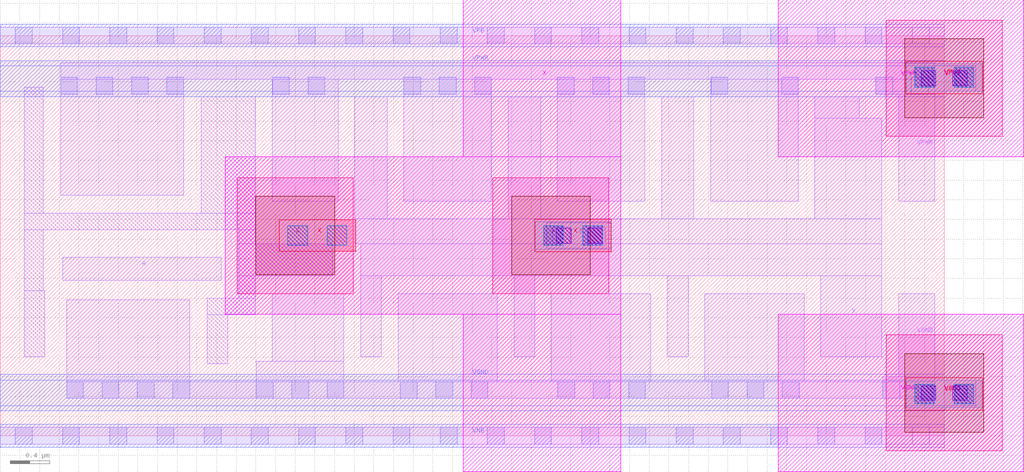
<source format=lef>
# Copyright 2020 The SkyWater PDK Authors
#
# Licensed under the Apache License, Version 2.0 (the "License");
# you may not use this file except in compliance with the License.
# You may obtain a copy of the License at
#
#     https://www.apache.org/licenses/LICENSE-2.0
#
# Unless required by applicable law or agreed to in writing, software
# distributed under the License is distributed on an "AS IS" BASIS,
# WITHOUT WARRANTIES OR CONDITIONS OF ANY KIND, either express or implied.
# See the License for the specific language governing permissions and
# limitations under the License.
#
# SPDX-License-Identifier: Apache-2.0

VERSION 5.5 ;
NAMESCASESENSITIVE ON ;
BUSBITCHARS "[]" ;
DIVIDERCHAR "/" ;
MACRO sky130_fd_sc_hvl__probec_p_8
  CLASS CORE ;
  SOURCE USER ;
  ORIGIN  0.000000  0.000000 ;
  SIZE  9.600000 BY  4.070000 ;
  SYMMETRY X Y ;
  SITE unithv ;
  PIN A
    ANTENNAGATEAREA  3.375000 ;
    DIRECTION INPUT ;
    USE SIGNAL ;
    PORT
      LAYER li1 ;
        RECT 0.635000 1.580000 2.245000 1.815000 ;
    END
  END A
  PIN X
    ANTENNADIFFAREA  0.000000 ;
    DIRECTION OUTPUT ;
    USE SIGNAL ;
    PORT
      LAYER li1 ;
        RECT 3.605000 1.955000 8.965000 2.205000 ;
        RECT 3.605000 2.205000 3.935000 3.445000 ;
        RECT 3.665000 0.805000 3.875000 1.625000 ;
        RECT 3.665000 1.625000 8.965000 1.955000 ;
        RECT 5.165000 2.205000 5.495000 3.445000 ;
        RECT 5.225000 0.805000 5.435000 1.625000 ;
        RECT 6.725000 2.205000 7.055000 3.445000 ;
        RECT 6.785000 0.805000 6.995000 1.625000 ;
        RECT 8.285000 2.205000 8.965000 3.230000 ;
        RECT 8.285000 3.230000 8.735000 3.445000 ;
        RECT 8.345000 0.805000 8.965000 1.625000 ;
    END
    PORT
      LAYER met1 ;
        RECT 5.560000 1.905000 6.210000 2.165000 ;
    END
    PORT
      LAYER met2 ;
        RECT 5.440000 1.895000 6.210000 2.175000 ;
    END
    PORT
      LAYER met3 ;
        RECT 2.835000 1.875000 3.615000 2.195000 ;
    END
    PORT
      LAYER met3 ;
        RECT 5.435000 1.870000 6.215000 2.200000 ;
    END
    PORT
      LAYER met4 ;
        RECT 2.410000 1.445000 3.590000 2.625000 ;
    END
    PORT
      LAYER met4 ;
        RECT 5.010000 1.445000 6.190000 2.625000 ;
    END
    PORT
      LAYER met5 ;
        RECT 2.290000  1.235000 6.310000 2.835000 ;
        RECT 4.710000 -0.365000 6.310000 1.235000 ;
        RECT 4.710000  2.835000 6.310000 4.435000 ;
    END
  END X
  PIN VGND
    DIRECTION INOUT ;
    USE GROUND ;
    PORT
      LAYER li1 ;
        RECT 0.675000 0.380000 9.505000 0.550000 ;
        RECT 0.675000 0.550000 1.925000 1.385000 ;
        RECT 2.605000 0.550000 3.495000 0.760000 ;
        RECT 2.765000 0.760000 3.495000 1.445000 ;
        RECT 4.045000 0.550000 5.055000 1.445000 ;
        RECT 5.605000 0.550000 6.615000 1.445000 ;
        RECT 7.165000 0.550000 8.175000 1.445000 ;
        RECT 8.975000 0.550000 9.505000 0.600000 ;
        RECT 9.135000 0.600000 9.505000 1.445000 ;
    END
    PORT
      LAYER met1 ;
        RECT 0.000000 0.255000 9.600000 0.305000 ;
        RECT 0.000000 0.305000 9.920000 0.565000 ;
        RECT 0.000000 0.565000 9.600000 0.625000 ;
    END
    PORT
      LAYER met2 ;
        RECT 9.215000 0.285000 9.985000 0.565000 ;
    END
    PORT
      LAYER met3 ;
        RECT 9.210000 0.260000 9.990000 0.590000 ;
    END
    PORT
      LAYER met4 ;
        RECT 9.010000 -0.155000 10.190000 1.025000 ;
    END
    PORT
      LAYER met5 ;
        RECT 7.910000 -0.365000 10.410000 1.235000 ;
    END
  END VGND
  PIN VNB
    DIRECTION INOUT ;
    USE GROUND ;
    PORT
      LAYER li1 ;
        RECT 0.000000 -0.085000 9.600000 0.085000 ;
    END
    PORT
      LAYER met1 ;
        RECT 0.000000 -0.115000 9.600000 0.115000 ;
    END
  END VNB
  PIN VPB
    DIRECTION INOUT ;
    USE POWER ;
    PORT
      LAYER li1 ;
        RECT 0.000000 3.985000 9.600000 4.155000 ;
    END
    PORT
      LAYER met1 ;
        RECT 0.000000 3.955000 9.600000 4.185000 ;
    END
  END VPB
  PIN VPWR
    DIRECTION INOUT ;
    USE POWER ;
    PORT
      LAYER li1 ;
        RECT 0.615000 2.445000 1.865000 3.625000 ;
        RECT 0.615000 3.625000 9.505000 3.795000 ;
        RECT 2.765000 2.385000 3.435000 3.625000 ;
        RECT 4.105000 2.385000 4.995000 3.625000 ;
        RECT 5.665000 2.385000 6.555000 3.625000 ;
        RECT 7.225000 2.385000 8.115000 3.625000 ;
        RECT 8.905000 3.475000 9.505000 3.625000 ;
        RECT 9.135000 2.385000 9.505000 3.475000 ;
    END
    PORT
      LAYER met1 ;
        RECT 0.000000 3.445000 9.600000 3.505000 ;
        RECT 0.000000 3.505000 9.920000 3.765000 ;
        RECT 0.000000 3.765000 9.600000 3.815000 ;
    END
    PORT
      LAYER met2 ;
        RECT 9.215000 3.505000 9.985000 3.785000 ;
    END
    PORT
      LAYER met3 ;
        RECT 9.210000 3.480000 9.990000 3.810000 ;
    END
    PORT
      LAYER met4 ;
        RECT 9.010000 3.045000 10.190000 4.225000 ;
    END
    PORT
      LAYER met5 ;
        RECT 7.910000 2.835000 10.410000 4.435000 ;
    END
  END VPWR
  OBS
    LAYER li1 ;
      RECT 0.245000 0.805000 0.455000 1.475000 ;
      RECT 0.245000 1.475000 0.435000 2.095000 ;
      RECT 0.245000 2.095000 2.595000 2.265000 ;
      RECT 0.245000 2.265000 0.435000 3.545000 ;
      RECT 2.045000 2.265000 2.595000 3.445000 ;
      RECT 2.105000 0.730000 2.315000 1.230000 ;
      RECT 2.105000 1.230000 2.595000 1.400000 ;
      RECT 2.425000 1.400000 2.595000 1.625000 ;
      RECT 2.425000 1.625000 3.380000 1.955000 ;
      RECT 2.425000 1.955000 2.595000 2.095000 ;
    LAYER mcon ;
      RECT 0.155000 -0.085000 0.325000 0.085000 ;
      RECT 0.155000  3.985000 0.325000 4.155000 ;
      RECT 0.615000  3.475000 0.785000 3.645000 ;
      RECT 0.635000 -0.085000 0.805000 0.085000 ;
      RECT 0.635000  3.985000 0.805000 4.155000 ;
      RECT 0.675000  0.380000 0.845000 0.550000 ;
      RECT 0.975000  3.475000 1.145000 3.645000 ;
      RECT 1.035000  0.380000 1.205000 0.550000 ;
      RECT 1.115000 -0.085000 1.285000 0.085000 ;
      RECT 1.115000  3.985000 1.285000 4.155000 ;
      RECT 1.335000  3.475000 1.505000 3.645000 ;
      RECT 1.395000  0.380000 1.565000 0.550000 ;
      RECT 1.595000 -0.085000 1.765000 0.085000 ;
      RECT 1.595000  3.985000 1.765000 4.155000 ;
      RECT 1.695000  3.475000 1.865000 3.645000 ;
      RECT 1.755000  0.380000 1.925000 0.550000 ;
      RECT 2.075000 -0.085000 2.245000 0.085000 ;
      RECT 2.075000  3.985000 2.245000 4.155000 ;
      RECT 2.555000 -0.085000 2.725000 0.085000 ;
      RECT 2.555000  3.985000 2.725000 4.155000 ;
      RECT 2.605000  0.380000 2.775000 0.550000 ;
      RECT 2.770000  3.475000 2.940000 3.645000 ;
      RECT 2.965000  0.380000 3.135000 0.550000 ;
      RECT 3.035000 -0.085000 3.205000 0.085000 ;
      RECT 3.035000  3.985000 3.205000 4.155000 ;
      RECT 3.130000  3.475000 3.300000 3.645000 ;
      RECT 3.325000  0.380000 3.495000 0.550000 ;
      RECT 3.515000 -0.085000 3.685000 0.085000 ;
      RECT 3.515000  3.985000 3.685000 4.155000 ;
      RECT 3.995000 -0.085000 4.165000 0.085000 ;
      RECT 3.995000  3.985000 4.165000 4.155000 ;
      RECT 4.070000  0.380000 4.240000 0.550000 ;
      RECT 4.105000  3.475000 4.275000 3.645000 ;
      RECT 4.430000  0.380000 4.600000 0.550000 ;
      RECT 4.465000  3.475000 4.635000 3.645000 ;
      RECT 4.475000 -0.085000 4.645000 0.085000 ;
      RECT 4.475000  3.985000 4.645000 4.155000 ;
      RECT 4.790000  0.380000 4.960000 0.550000 ;
      RECT 4.825000  3.475000 4.995000 3.645000 ;
      RECT 4.955000 -0.085000 5.125000 0.085000 ;
      RECT 4.955000  3.985000 5.125000 4.155000 ;
      RECT 5.435000 -0.085000 5.605000 0.085000 ;
      RECT 5.435000  3.985000 5.605000 4.155000 ;
      RECT 5.620000  1.950000 5.790000 2.120000 ;
      RECT 5.665000  3.475000 5.835000 3.645000 ;
      RECT 5.670000  0.380000 5.840000 0.550000 ;
      RECT 5.915000 -0.085000 6.085000 0.085000 ;
      RECT 5.915000  3.985000 6.085000 4.155000 ;
      RECT 5.980000  1.950000 6.150000 2.120000 ;
      RECT 6.025000  3.475000 6.195000 3.645000 ;
      RECT 6.030000  0.380000 6.200000 0.550000 ;
      RECT 6.385000  3.475000 6.555000 3.645000 ;
      RECT 6.390000  0.380000 6.560000 0.550000 ;
      RECT 6.395000 -0.085000 6.565000 0.085000 ;
      RECT 6.395000  3.985000 6.565000 4.155000 ;
      RECT 6.875000 -0.085000 7.045000 0.085000 ;
      RECT 6.875000  3.985000 7.045000 4.155000 ;
      RECT 7.230000  3.475000 7.400000 3.645000 ;
      RECT 7.235000  0.380000 7.405000 0.550000 ;
      RECT 7.355000 -0.085000 7.525000 0.085000 ;
      RECT 7.355000  3.985000 7.525000 4.155000 ;
      RECT 7.595000  0.380000 7.765000 0.550000 ;
      RECT 7.835000 -0.085000 8.005000 0.085000 ;
      RECT 7.835000  3.985000 8.005000 4.155000 ;
      RECT 7.945000  3.475000 8.115000 3.645000 ;
      RECT 7.955000  0.380000 8.125000 0.550000 ;
      RECT 8.315000 -0.085000 8.485000 0.085000 ;
      RECT 8.315000  3.985000 8.485000 4.155000 ;
      RECT 8.795000 -0.085000 8.965000 0.085000 ;
      RECT 8.795000  3.985000 8.965000 4.155000 ;
      RECT 8.905000  3.475000 9.075000 3.645000 ;
      RECT 8.975000  0.380000 9.145000 0.550000 ;
      RECT 9.265000  3.475000 9.435000 3.645000 ;
      RECT 9.275000 -0.085000 9.445000 0.085000 ;
      RECT 9.275000  3.985000 9.445000 4.155000 ;
      RECT 9.335000  0.380000 9.505000 0.550000 ;
    LAYER via ;
      RECT 5.655000 1.960000 5.805000 2.110000 ;
      RECT 5.975000 1.960000 6.125000 2.110000 ;
      RECT 9.365000 0.360000 9.515000 0.510000 ;
      RECT 9.365000 3.560000 9.515000 3.710000 ;
      RECT 9.685000 0.360000 9.835000 0.510000 ;
      RECT 9.685000 3.560000 9.835000 3.710000 ;
    LAYER via2 ;
      RECT 5.525000 1.935000 5.725000 2.135000 ;
      RECT 5.925000 1.935000 6.125000 2.135000 ;
      RECT 9.300000 0.325000 9.500000 0.525000 ;
      RECT 9.300000 3.545000 9.500000 3.745000 ;
      RECT 9.700000 0.325000 9.900000 0.525000 ;
      RECT 9.700000 3.545000 9.900000 3.745000 ;
    LAYER via3 ;
      RECT 2.925000 1.935000 3.125000 2.135000 ;
      RECT 3.325000 1.935000 3.525000 2.135000 ;
      RECT 5.525000 1.935000 5.725000 2.135000 ;
      RECT 5.925000 1.935000 6.125000 2.135000 ;
      RECT 9.300000 0.325000 9.500000 0.525000 ;
      RECT 9.300000 3.545000 9.500000 3.745000 ;
      RECT 9.700000 0.325000 9.900000 0.525000 ;
      RECT 9.700000 3.545000 9.900000 3.745000 ;
    LAYER via4 ;
      RECT 2.600000 1.635000  3.400000 2.435000 ;
      RECT 5.200000 1.635000  6.000000 2.435000 ;
      RECT 9.200000 0.035000 10.000000 0.835000 ;
      RECT 9.200000 3.235000 10.000000 4.035000 ;
  END
END sky130_fd_sc_hvl__probec_p_8
END LIBRARY

</source>
